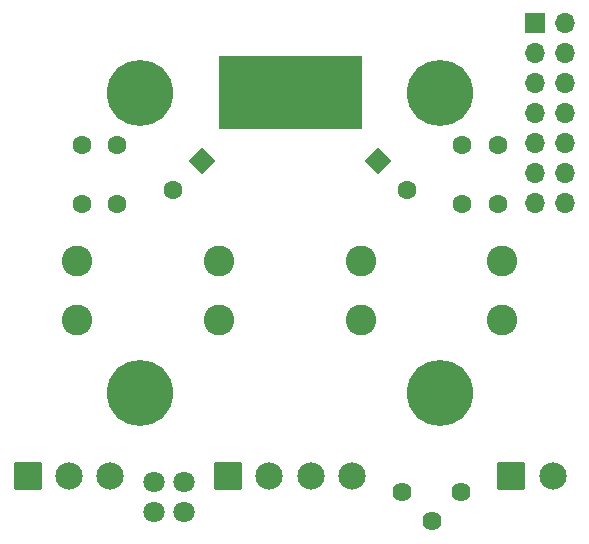
<source format=gbr>
%TF.GenerationSoftware,KiCad,Pcbnew,8.0.8*%
%TF.CreationDate,2025-03-08T19:37:29+01:00*%
%TF.ProjectId,01-2x30w_audio_amp,30312d32-7833-4307-975f-617564696f5f,rev?*%
%TF.SameCoordinates,Original*%
%TF.FileFunction,Soldermask,Top*%
%TF.FilePolarity,Negative*%
%FSLAX46Y46*%
G04 Gerber Fmt 4.6, Leading zero omitted, Abs format (unit mm)*
G04 Created by KiCad (PCBNEW 8.0.8) date 2025-03-08 19:37:29*
%MOMM*%
%LPD*%
G01*
G04 APERTURE LIST*
G04 Aperture macros list*
%AMRoundRect*
0 Rectangle with rounded corners*
0 $1 Rounding radius*
0 $2 $3 $4 $5 $6 $7 $8 $9 X,Y pos of 4 corners*
0 Add a 4 corners polygon primitive as box body*
4,1,4,$2,$3,$4,$5,$6,$7,$8,$9,$2,$3,0*
0 Add four circle primitives for the rounded corners*
1,1,$1+$1,$2,$3*
1,1,$1+$1,$4,$5*
1,1,$1+$1,$6,$7*
1,1,$1+$1,$8,$9*
0 Add four rect primitives between the rounded corners*
20,1,$1+$1,$2,$3,$4,$5,0*
20,1,$1+$1,$4,$5,$6,$7,0*
20,1,$1+$1,$6,$7,$8,$9,0*
20,1,$1+$1,$8,$9,$2,$3,0*%
%AMRotRect*
0 Rectangle, with rotation*
0 The origin of the aperture is its center*
0 $1 length*
0 $2 width*
0 $3 Rotation angle, in degrees counterclockwise*
0 Add horizontal line*
21,1,$1,$2,0,0,$3*%
G04 Aperture macros list end*
%ADD10C,0.100000*%
%ADD11C,5.600000*%
%ADD12R,1.700000X1.700000*%
%ADD13O,1.700000X1.700000*%
%ADD14C,1.800000*%
%ADD15C,2.600000*%
%ADD16C,1.600000*%
%ADD17RotRect,1.600000X1.600000X225.000000*%
%ADD18C,1.620000*%
%ADD19RoundRect,0.102000X-1.050000X-1.050000X1.050000X-1.050000X1.050000X1.050000X-1.050000X1.050000X0*%
%ADD20C,2.304000*%
%ADD21RotRect,1.600000X1.600000X315.000000*%
G04 APERTURE END LIST*
D10*
X184500000Y-98500000D02*
X196500000Y-98500000D01*
X196500000Y-104600000D01*
X184500000Y-104600000D01*
X184500000Y-98500000D01*
G36*
X184500000Y-98500000D02*
G01*
X196500000Y-98500000D01*
X196500000Y-104600000D01*
X184500000Y-104600000D01*
X184500000Y-98500000D01*
G37*
D11*
%TO.C,H4*%
X203200000Y-127000000D03*
%TD*%
D12*
%TO.C,J3*%
X211225000Y-95675000D03*
D13*
X213765000Y-95675000D03*
X211225000Y-98215000D03*
X213765000Y-98215000D03*
X211225000Y-100755000D03*
X213765000Y-100755000D03*
X211225000Y-103295000D03*
X213765000Y-103295000D03*
X211225000Y-105835000D03*
X213765000Y-105835000D03*
X211225000Y-108375000D03*
X213765000Y-108375000D03*
X211225000Y-110915000D03*
X213765000Y-110915000D03*
%TD*%
D14*
%TO.C,D4*%
X179030000Y-134530000D03*
X181570000Y-134530000D03*
X179030000Y-137070000D03*
X181570000Y-137070000D03*
%TD*%
D15*
%TO.C,L3*%
X196500000Y-115800000D03*
X196500000Y-120800000D03*
%TD*%
%TO.C,L1*%
X172500000Y-120800000D03*
X172500000Y-115800000D03*
%TD*%
D16*
%TO.C,C30*%
X175900000Y-111000000D03*
X175900000Y-106000000D03*
%TD*%
D17*
%TO.C,C27*%
X183068601Y-107331399D03*
D16*
X180593727Y-109806273D03*
%TD*%
%TO.C,C29*%
X172900000Y-106000000D03*
X172900000Y-111000000D03*
%TD*%
%TO.C,C32*%
X208100000Y-106000000D03*
X208100000Y-111000000D03*
%TD*%
D18*
%TO.C,RV1*%
X205000000Y-135375000D03*
X202500000Y-137875000D03*
X200000000Y-135375000D03*
%TD*%
D19*
%TO.C,J4*%
X185247500Y-134000000D03*
D20*
X188747500Y-134000000D03*
X192247499Y-134000000D03*
X195747500Y-134000000D03*
%TD*%
D11*
%TO.C,H3*%
X203200000Y-101600000D03*
%TD*%
%TO.C,H1*%
X177800000Y-101600000D03*
%TD*%
D16*
%TO.C,C31*%
X205100000Y-111000000D03*
X205100000Y-106000000D03*
%TD*%
D21*
%TO.C,C28*%
X197931399Y-107331399D03*
D16*
X200406273Y-109806273D03*
%TD*%
D15*
%TO.C,L4*%
X208500000Y-115800000D03*
X208500000Y-120800000D03*
%TD*%
%TO.C,L2*%
X184500000Y-120800000D03*
X184500000Y-115800000D03*
%TD*%
D19*
%TO.C,J1*%
X209247500Y-134000000D03*
D20*
X212747500Y-134000000D03*
%TD*%
D19*
%TO.C,J2*%
X168297500Y-134000000D03*
D20*
X171797500Y-134000000D03*
X175297500Y-134000000D03*
%TD*%
D11*
%TO.C,H2*%
X177800000Y-127000000D03*
%TD*%
M02*

</source>
